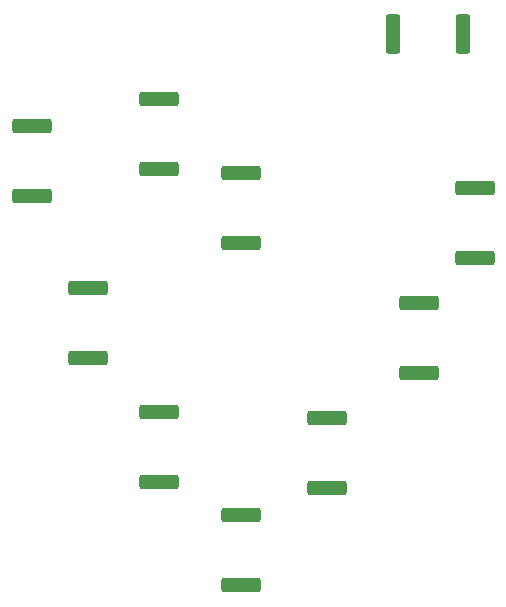
<source format=gbr>
%TF.GenerationSoftware,KiCad,Pcbnew,9.0.5*%
%TF.CreationDate,2025-10-04T16:27:51-04:00*%
%TF.ProjectId,LightBoard-Gift,4c696768-7442-46f6-9172-642d47696674,rev?*%
%TF.SameCoordinates,Original*%
%TF.FileFunction,Paste,Bot*%
%TF.FilePolarity,Positive*%
%FSLAX46Y46*%
G04 Gerber Fmt 4.6, Leading zero omitted, Abs format (unit mm)*
G04 Created by KiCad (PCBNEW 9.0.5) date 2025-10-04 16:27:51*
%MOMM*%
%LPD*%
G01*
G04 APERTURE LIST*
G04 Aperture macros list*
%AMRoundRect*
0 Rectangle with rounded corners*
0 $1 Rounding radius*
0 $2 $3 $4 $5 $6 $7 $8 $9 X,Y pos of 4 corners*
0 Add a 4 corners polygon primitive as box body*
4,1,4,$2,$3,$4,$5,$6,$7,$8,$9,$2,$3,0*
0 Add four circle primitives for the rounded corners*
1,1,$1+$1,$2,$3*
1,1,$1+$1,$4,$5*
1,1,$1+$1,$6,$7*
1,1,$1+$1,$8,$9*
0 Add four rect primitives between the rounded corners*
20,1,$1+$1,$2,$3,$4,$5,0*
20,1,$1+$1,$4,$5,$6,$7,0*
20,1,$1+$1,$6,$7,$8,$9,0*
20,1,$1+$1,$8,$9,$2,$3,0*%
G04 Aperture macros list end*
%ADD10RoundRect,0.250000X-1.425000X0.362500X-1.425000X-0.362500X1.425000X-0.362500X1.425000X0.362500X0*%
%ADD11RoundRect,0.250000X-0.362500X-1.425000X0.362500X-1.425000X0.362500X1.425000X-0.362500X1.425000X0*%
G04 APERTURE END LIST*
D10*
%TO.C,R9*%
X78750000Y-34537500D03*
X78750000Y-40462500D03*
%TD*%
%TO.C,R5*%
X96500000Y-67537500D03*
X96500000Y-73462500D03*
%TD*%
%TO.C,R7*%
X83500000Y-48287500D03*
X83500000Y-54212500D03*
%TD*%
%TO.C,R8*%
X89500000Y-32287500D03*
X89500000Y-38212500D03*
%TD*%
D11*
%TO.C,R1*%
X109287500Y-26750000D03*
X115212500Y-26750000D03*
%TD*%
D10*
%TO.C,R3*%
X111500000Y-49537500D03*
X111500000Y-55462500D03*
%TD*%
%TO.C,R6*%
X89500000Y-58787500D03*
X89500000Y-64712500D03*
%TD*%
%TO.C,R2*%
X116250000Y-39787500D03*
X116250000Y-45712500D03*
%TD*%
%TO.C,R4*%
X103750000Y-59287500D03*
X103750000Y-65212500D03*
%TD*%
%TO.C,R0*%
X96500000Y-38537500D03*
X96500000Y-44462500D03*
%TD*%
M02*

</source>
